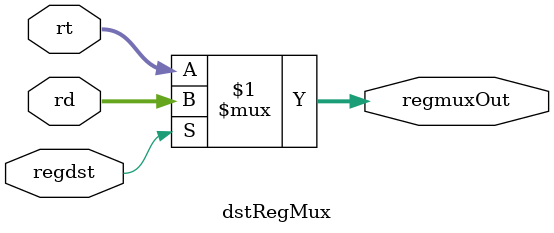
<source format=v>
module dstRegMux(
    input wire regdst,
    input wire [4:0] rt,
    input wire [4:0] rd,
    output wire [4:0] regmuxOut
);
    assign regmuxOut = regdst ? rd : rt;
endmodule

</source>
